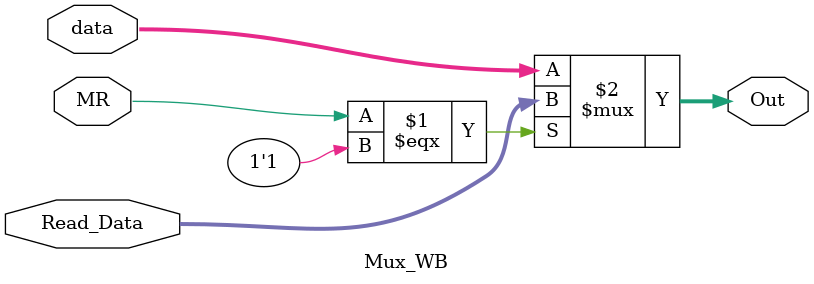
<source format=v>
module Mux_WB( Read_Data, MR,data, Out);

input [15:0] Read_Data,data;
input MR;
output  [15:0] Out;

assign Out=(MR===1'b1)?Read_Data:data;

endmodule


</source>
